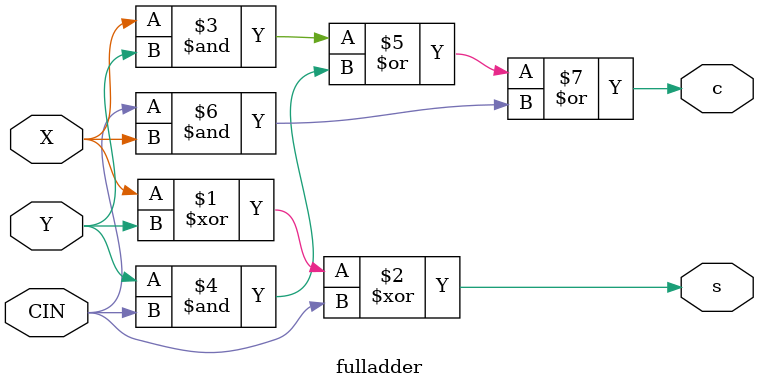
<source format=v>
module class5(x,y,Cin,Cout,Sum);
	input[3:0]x,y;
	input Cin;
	output[3:0]Sum;
	output Cout;
	wire[3:0]z,w;
	wire adjust;
	wire co1,co2;
	fourbit_adder fa0(x,y,Cin,co1,z);
	assign adjust = co1|(z[3]&z[2])|(z[3]&z[1]);
	assign Cout = adjust;
	assign w[0] = Cin;
	assign w[3] = Cin;
	assign w[1] = adjust;
	assign w[2] = adjust;
	fourbit_adder fa1(z,w,Cin,co2,Sum);
endmodule
module fourbit_adder(a,b,cin,cout,sum);
	input cin;
	input [3:0]a,b;
	output[3:0]sum;
	output cout;
	wire[4:0]W;
	assign W[0] = cin;
	fulladder fa0(a[0],b[0],W[0],sum[0],W[1]);
	fulladder fa1(a[1],b[1],W[1],sum[1],W[2]);
	fulladder fa2(a[2],b[2],W[2],sum[2],W[3]);
	fulladder fa3(a[3],b[3],W[3],sum[3],W[4]);
	assign cout = W[4];
endmodule
module fulladder(X,Y,CIN,s,c);
	input X,Y,CIN;
	output s,c;
	assign s = X^Y^CIN;
	assign c = (X&Y)|(Y&CIN)|(CIN&X);
endmodule

</source>
